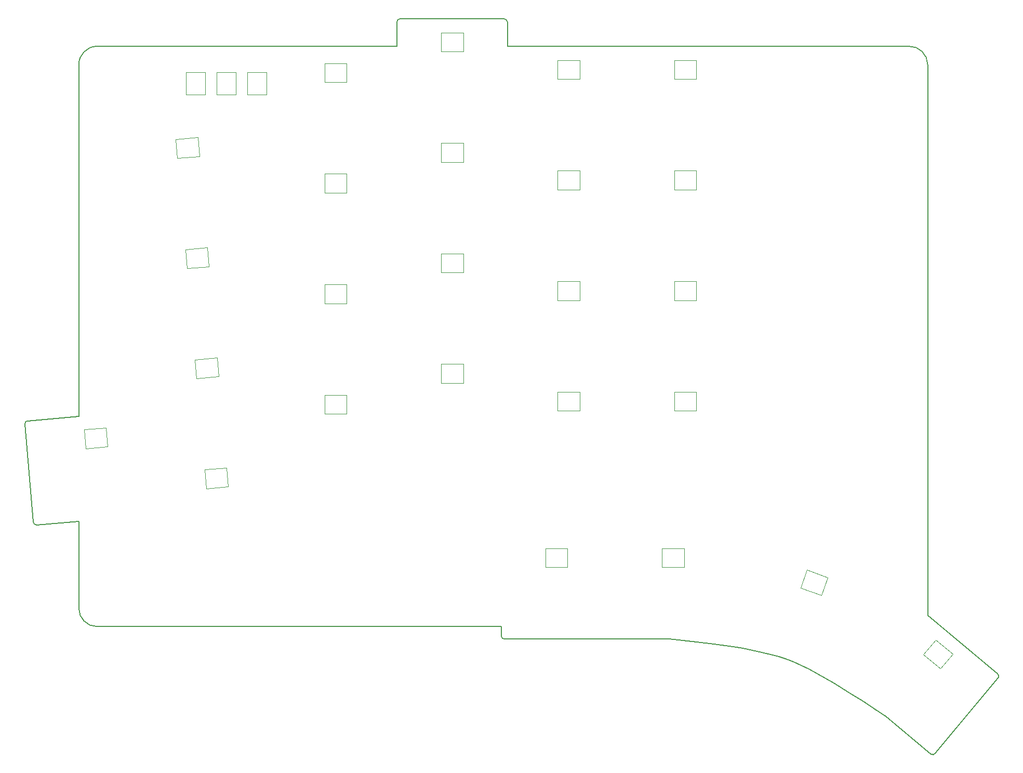
<source format=gm1>
G04 #@! TF.GenerationSoftware,KiCad,Pcbnew,8.0.5*
G04 #@! TF.CreationDate,2024-11-21T21:23:03+01:00*
G04 #@! TF.ProjectId,stellar,7374656c-6c61-4722-9e6b-696361645f70,rev?*
G04 #@! TF.SameCoordinates,Original*
G04 #@! TF.FileFunction,Profile,NP*
%FSLAX46Y46*%
G04 Gerber Fmt 4.6, Leading zero omitted, Abs format (unit mm)*
G04 Created by KiCad (PCBNEW 8.0.5) date 2024-11-21 21:23:03*
%MOMM*%
%LPD*%
G01*
G04 APERTURE LIST*
G04 #@! TA.AperFunction,Profile*
%ADD10C,0.149999*%
G04 #@! TD*
G04 #@! TA.AperFunction,Profile*
%ADD11C,0.150000*%
G04 #@! TD*
G04 #@! TA.AperFunction,Profile*
%ADD12C,0.100000*%
G04 #@! TD*
G04 APERTURE END LIST*
D10*
X177887401Y-134777382D02*
X180711005Y-135131531D01*
X129043100Y-33823600D02*
X129043100Y-37775693D01*
X147048119Y-37775693D02*
X147048119Y-33789437D01*
D11*
X216763423Y-152963522D02*
G75*
G02*
X216079559Y-153069686I-397323J303722D01*
G01*
D10*
X68867349Y-98786920D02*
X77204478Y-98052917D01*
X194896582Y-138591716D02*
X196192400Y-139232724D01*
D11*
X68411717Y-99307799D02*
G75*
G02*
X68867349Y-98786924I499483J22799D01*
G01*
X77204478Y-40865824D02*
G75*
G02*
X80203123Y-37775724I2998622J90124D01*
G01*
D10*
X196192400Y-139232724D02*
X197528013Y-139939559D01*
X180711005Y-135131531D02*
X183818714Y-135588230D01*
D11*
X146553100Y-134323600D02*
G75*
G02*
X146053100Y-133823600I0J500000D01*
G01*
D10*
X69804220Y-115271113D02*
X68411717Y-99307799D01*
X77203123Y-129282646D02*
X77203123Y-115125003D01*
X183818714Y-135588230D02*
X185406132Y-135855228D01*
X146053100Y-132296430D02*
X80203123Y-132296430D01*
X80203123Y-132296430D02*
X80203123Y-132293596D01*
X188502148Y-136466899D02*
X189952365Y-136811725D01*
X129043100Y-37775693D02*
X80203123Y-37775693D01*
X173456414Y-134324140D02*
X175581421Y-134525174D01*
X227042776Y-140683678D02*
X216763423Y-152963522D01*
X193662293Y-138034676D02*
X194896582Y-138591716D01*
X147048119Y-37775693D02*
X212473835Y-37775693D01*
D11*
X146549500Y-33327153D02*
G75*
G02*
X147048027Y-33789444I0J-499947D01*
G01*
D10*
X146549500Y-33327153D02*
X129483599Y-33327153D01*
X77204478Y-98052917D02*
X77204478Y-40865824D01*
D11*
X80203123Y-132293596D02*
G75*
G02*
X77203124Y-129282646I-23J2999996D01*
G01*
D10*
X186977007Y-136148092D02*
X188502148Y-136466899D01*
X197528013Y-139939559D02*
X200231676Y-141478160D01*
X191298469Y-137182647D02*
X192511269Y-137579740D01*
X216079574Y-153069664D02*
X208747506Y-146953748D01*
X189952365Y-136811725D02*
X191298469Y-137182647D01*
X146553100Y-134323600D02*
X173456414Y-134323600D01*
D11*
X129043100Y-33823600D02*
G75*
G02*
X129483599Y-33327153I500000J0D01*
G01*
X70325099Y-115726745D02*
G75*
G02*
X69804258Y-115271110I-22799J499445D01*
G01*
D10*
X175581421Y-134525174D02*
X177887401Y-134777382D01*
X205160163Y-144547201D02*
X207037216Y-145787424D01*
X215541803Y-40774923D02*
X215541803Y-130462914D01*
X192511269Y-137579740D02*
X193662293Y-138034676D01*
D11*
X212473835Y-37775693D02*
G75*
G02*
X215541777Y-40774923I67965J-2999207D01*
G01*
D10*
X146053100Y-133823600D02*
X146053100Y-132296430D01*
X215541803Y-130462914D02*
X226942776Y-139993678D01*
D11*
X226942776Y-139993678D02*
G75*
G02*
X227048964Y-140677559I-303576J-397322D01*
G01*
D10*
X185406132Y-135855228D02*
X186977007Y-136148092D01*
X202833688Y-143062410D02*
X205160163Y-144547201D01*
X200231676Y-141478160D02*
X202833688Y-143062410D01*
X207037216Y-145787424D02*
X208747506Y-146953748D01*
X77203123Y-115125003D02*
X70325099Y-115726745D01*
D12*
X172248634Y-119547840D02*
X172248634Y-122647840D01*
X172248634Y-122647840D02*
X175848634Y-122647840D01*
X175848634Y-119547840D02*
X172248634Y-119547840D01*
X175848634Y-122647840D02*
X175848634Y-119547840D01*
X78068384Y-100215666D02*
X78338567Y-103303869D01*
X78338567Y-103303869D02*
X81924868Y-102990108D01*
X81654685Y-99901905D02*
X78068384Y-100215666D01*
X81924868Y-102990108D02*
X81654685Y-99901905D01*
X174248634Y-94047840D02*
X174248634Y-97147840D01*
X174248634Y-97147840D02*
X177848634Y-97147840D01*
X177848634Y-94047840D02*
X174248634Y-94047840D01*
X177848634Y-97147840D02*
X177848634Y-94047840D01*
X117248634Y-58547840D02*
X117248634Y-61647840D01*
X117248634Y-61647840D02*
X120848634Y-61647840D01*
X120848634Y-58547840D02*
X117248634Y-58547840D01*
X120848634Y-61647840D02*
X120848634Y-58547840D01*
X136248634Y-71547840D02*
X136248634Y-74647840D01*
X136248634Y-74647840D02*
X139848634Y-74647840D01*
X139848634Y-71547840D02*
X136248634Y-71547840D01*
X139848634Y-74647840D02*
X139848634Y-71547840D01*
X136248634Y-35547840D02*
X136248634Y-38647840D01*
X136248634Y-38647840D02*
X139848634Y-38647840D01*
X139848634Y-35547840D02*
X136248634Y-35547840D01*
X139848634Y-38647840D02*
X139848634Y-35547840D01*
X155248634Y-94047840D02*
X155248634Y-97147840D01*
X155248634Y-97147840D02*
X158848634Y-97147840D01*
X158848634Y-94047840D02*
X155248634Y-94047840D01*
X158848634Y-97147840D02*
X158848634Y-94047840D01*
X94573154Y-70865494D02*
X94843337Y-73953697D01*
X94843337Y-73953697D02*
X98429638Y-73639936D01*
X98159455Y-70551733D02*
X94573154Y-70865494D01*
X98429638Y-73639936D02*
X98159455Y-70551733D01*
X94673123Y-42023603D02*
X94673123Y-45623603D01*
X94673123Y-45623603D02*
X97773123Y-45623603D01*
X97773123Y-42023603D02*
X94673123Y-42023603D01*
X97773123Y-45623603D02*
X97773123Y-42023603D01*
X117248634Y-94547840D02*
X117248634Y-97647840D01*
X117248634Y-97647840D02*
X120848634Y-97647840D01*
X120848634Y-94547840D02*
X117248634Y-94547840D01*
X120848634Y-97647840D02*
X120848634Y-94547840D01*
X93004351Y-52933989D02*
X93274534Y-56022192D01*
X93274534Y-56022192D02*
X96860835Y-55708431D01*
X96590652Y-52620228D02*
X93004351Y-52933989D01*
X96860835Y-55708431D02*
X96590652Y-52620228D01*
X136248634Y-89547840D02*
X136248634Y-92647840D01*
X136248634Y-92647840D02*
X139848634Y-92647840D01*
X139848634Y-89547840D02*
X136248634Y-89547840D01*
X139848634Y-92647840D02*
X139848634Y-89547840D01*
X174248634Y-58047840D02*
X174248634Y-61147840D01*
X174248634Y-61147840D02*
X177848634Y-61147840D01*
X177848634Y-58047840D02*
X174248634Y-58047840D01*
X177848634Y-61147840D02*
X177848634Y-58047840D01*
X194804879Y-125990338D02*
X198187773Y-127221610D01*
X195865141Y-123077290D02*
X194804879Y-125990338D01*
X198187773Y-127221610D02*
X199248035Y-124308562D01*
X199248035Y-124308562D02*
X195865141Y-123077290D01*
X117248634Y-40547840D02*
X117248634Y-43647840D01*
X117248634Y-43647840D02*
X120848634Y-43647840D01*
X120848634Y-40547840D02*
X117248634Y-40547840D01*
X120848634Y-43647840D02*
X120848634Y-40547840D01*
X174248634Y-76047840D02*
X174248634Y-79147840D01*
X174248634Y-79147840D02*
X177848634Y-79147840D01*
X177848634Y-76047840D02*
X174248634Y-76047840D01*
X177848634Y-79147840D02*
X177848634Y-76047840D01*
X96141957Y-88796999D02*
X96412140Y-91885202D01*
X96412140Y-91885202D02*
X99998441Y-91571441D01*
X99728258Y-88483238D02*
X96141957Y-88796999D01*
X99998441Y-91571441D02*
X99728258Y-88483238D01*
X155248634Y-40047840D02*
X155248634Y-43147840D01*
X155248634Y-43147840D02*
X158848634Y-43147840D01*
X158848634Y-40047840D02*
X155248634Y-40047840D01*
X158848634Y-43147840D02*
X158848634Y-40047840D01*
X153248634Y-119547840D02*
X153248634Y-122647840D01*
X153248634Y-122647840D02*
X156848634Y-122647840D01*
X156848634Y-119547840D02*
X153248634Y-119547840D01*
X156848634Y-122647840D02*
X156848634Y-119547840D01*
X174248634Y-40047840D02*
X174248634Y-43147840D01*
X174248634Y-43147840D02*
X177848634Y-43147840D01*
X177848634Y-40047840D02*
X174248634Y-40047840D01*
X177848634Y-43147840D02*
X177848634Y-40047840D01*
X214857614Y-136845947D02*
X217615374Y-139159983D01*
X216850256Y-134471209D02*
X214857614Y-136845947D01*
X217615374Y-139159983D02*
X219608016Y-136785245D01*
X219608016Y-136785245D02*
X216850256Y-134471209D01*
X99673123Y-42023603D02*
X99673123Y-45623603D01*
X99673123Y-45623603D02*
X102773123Y-45623603D01*
X102773123Y-42023603D02*
X99673123Y-42023603D01*
X102773123Y-45623603D02*
X102773123Y-42023603D01*
X155248634Y-58047840D02*
X155248634Y-61147840D01*
X155248634Y-61147840D02*
X158848634Y-61147840D01*
X158848634Y-58047840D02*
X155248634Y-58047840D01*
X158848634Y-61147840D02*
X158848634Y-58047840D01*
X155248634Y-76047840D02*
X155248634Y-79147840D01*
X155248634Y-79147840D02*
X158848634Y-79147840D01*
X158848634Y-76047840D02*
X155248634Y-76047840D01*
X158848634Y-79147840D02*
X158848634Y-76047840D01*
X117248634Y-76547840D02*
X117248634Y-79647840D01*
X117248634Y-79647840D02*
X120848634Y-79647840D01*
X120848634Y-76547840D02*
X117248634Y-76547840D01*
X120848634Y-79647840D02*
X120848634Y-76547840D01*
X104673123Y-42023603D02*
X104673123Y-45623603D01*
X104673123Y-45623603D02*
X107773123Y-45623603D01*
X107773123Y-42023603D02*
X104673123Y-42023603D01*
X107773123Y-45623603D02*
X107773123Y-42023603D01*
X97710760Y-106728504D02*
X97980943Y-109816707D01*
X97980943Y-109816707D02*
X101567244Y-109502946D01*
X101297061Y-106414743D02*
X97710760Y-106728504D01*
X101567244Y-109502946D02*
X101297061Y-106414743D01*
X136248634Y-53547840D02*
X136248634Y-56647840D01*
X136248634Y-56647840D02*
X139848634Y-56647840D01*
X139848634Y-53547840D02*
X136248634Y-53547840D01*
X139848634Y-56647840D02*
X139848634Y-53547840D01*
M02*

</source>
